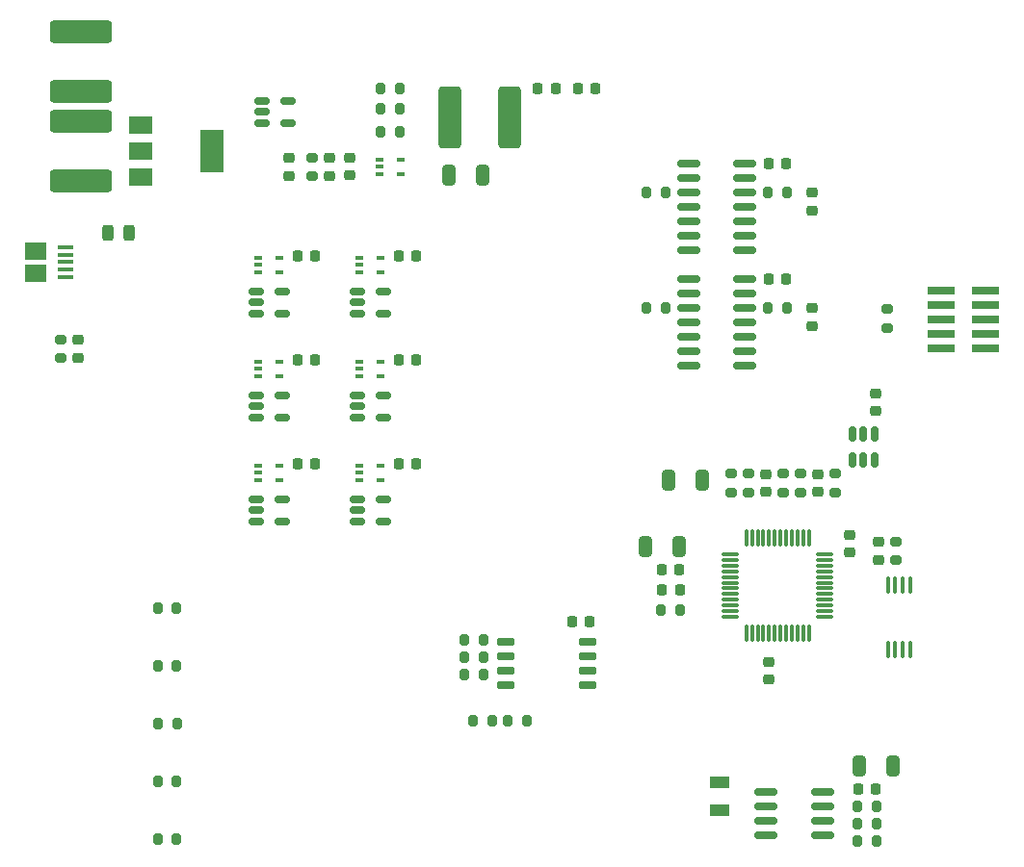
<source format=gtp>
%TF.GenerationSoftware,KiCad,Pcbnew,(6.0.4)*%
%TF.CreationDate,2022-07-08T23:35:13-04:00*%
%TF.ProjectId,Avionics_Board,4176696f-6e69-4637-935f-426f6172642e,rev?*%
%TF.SameCoordinates,Original*%
%TF.FileFunction,Paste,Top*%
%TF.FilePolarity,Positive*%
%FSLAX46Y46*%
G04 Gerber Fmt 4.6, Leading zero omitted, Abs format (unit mm)*
G04 Created by KiCad (PCBNEW (6.0.4)) date 2022-07-08 23:35:13*
%MOMM*%
%LPD*%
G01*
G04 APERTURE LIST*
G04 Aperture macros list*
%AMRoundRect*
0 Rectangle with rounded corners*
0 $1 Rounding radius*
0 $2 $3 $4 $5 $6 $7 $8 $9 X,Y pos of 4 corners*
0 Add a 4 corners polygon primitive as box body*
4,1,4,$2,$3,$4,$5,$6,$7,$8,$9,$2,$3,0*
0 Add four circle primitives for the rounded corners*
1,1,$1+$1,$2,$3*
1,1,$1+$1,$4,$5*
1,1,$1+$1,$6,$7*
1,1,$1+$1,$8,$9*
0 Add four rect primitives between the rounded corners*
20,1,$1+$1,$2,$3,$4,$5,0*
20,1,$1+$1,$4,$5,$6,$7,0*
20,1,$1+$1,$6,$7,$8,$9,0*
20,1,$1+$1,$8,$9,$2,$3,0*%
G04 Aperture macros list end*
%ADD10RoundRect,0.200000X0.200000X0.275000X-0.200000X0.275000X-0.200000X-0.275000X0.200000X-0.275000X0*%
%ADD11RoundRect,0.225000X-0.250000X0.225000X-0.250000X-0.225000X0.250000X-0.225000X0.250000X0.225000X0*%
%ADD12RoundRect,0.150000X-0.512500X-0.150000X0.512500X-0.150000X0.512500X0.150000X-0.512500X0.150000X0*%
%ADD13R,0.650000X0.400000*%
%ADD14R,1.800000X1.000000*%
%ADD15RoundRect,0.200000X0.275000X-0.200000X0.275000X0.200000X-0.275000X0.200000X-0.275000X-0.200000X0*%
%ADD16RoundRect,0.075000X-0.662500X-0.075000X0.662500X-0.075000X0.662500X0.075000X-0.662500X0.075000X0*%
%ADD17RoundRect,0.075000X-0.075000X-0.662500X0.075000X-0.662500X0.075000X0.662500X-0.075000X0.662500X0*%
%ADD18RoundRect,0.150000X-0.825000X-0.150000X0.825000X-0.150000X0.825000X0.150000X-0.825000X0.150000X0*%
%ADD19RoundRect,0.225000X0.250000X-0.225000X0.250000X0.225000X-0.250000X0.225000X-0.250000X-0.225000X0*%
%ADD20RoundRect,0.225000X0.225000X0.250000X-0.225000X0.250000X-0.225000X-0.250000X0.225000X-0.250000X0*%
%ADD21RoundRect,0.218750X0.218750X0.256250X-0.218750X0.256250X-0.218750X-0.256250X0.218750X-0.256250X0*%
%ADD22RoundRect,0.150000X-0.650000X-0.150000X0.650000X-0.150000X0.650000X0.150000X-0.650000X0.150000X0*%
%ADD23RoundRect,0.225000X-0.225000X-0.250000X0.225000X-0.250000X0.225000X0.250000X-0.225000X0.250000X0*%
%ADD24RoundRect,0.250000X0.325000X0.650000X-0.325000X0.650000X-0.325000X-0.650000X0.325000X-0.650000X0*%
%ADD25R,2.000000X1.500000*%
%ADD26R,2.000000X3.800000*%
%ADD27RoundRect,0.200000X-0.275000X0.200000X-0.275000X-0.200000X0.275000X-0.200000X0.275000X0.200000X0*%
%ADD28RoundRect,0.200000X-0.200000X-0.275000X0.200000X-0.275000X0.200000X0.275000X-0.200000X0.275000X0*%
%ADD29R,1.350000X0.400000*%
%ADD30R,1.900000X1.500000*%
%ADD31RoundRect,0.243750X-0.243750X-0.456250X0.243750X-0.456250X0.243750X0.456250X-0.243750X0.456250X0*%
%ADD32RoundRect,0.100000X0.100000X-0.637500X0.100000X0.637500X-0.100000X0.637500X-0.100000X-0.637500X0*%
%ADD33RoundRect,0.250000X-0.325000X-0.650000X0.325000X-0.650000X0.325000X0.650000X-0.325000X0.650000X0*%
%ADD34R,2.400000X0.740000*%
%ADD35RoundRect,0.249999X2.450001X-0.737501X2.450001X0.737501X-2.450001X0.737501X-2.450001X-0.737501X0*%
%ADD36RoundRect,0.150000X0.150000X-0.512500X0.150000X0.512500X-0.150000X0.512500X-0.150000X-0.512500X0*%
%ADD37RoundRect,0.218750X-0.218750X-0.256250X0.218750X-0.256250X0.218750X0.256250X-0.218750X0.256250X0*%
%ADD38RoundRect,0.249999X0.737501X2.450001X-0.737501X2.450001X-0.737501X-2.450001X0.737501X-2.450001X0*%
G04 APERTURE END LIST*
D10*
%TO.C,R14*%
X95821000Y-84460000D03*
X94171000Y-84460000D03*
%TD*%
D11*
%TO.C,C18*%
X128270000Y-131051000D03*
X128270000Y-132601000D03*
%TD*%
D12*
%TO.C,U24*%
X92080500Y-116784000D03*
X92080500Y-117734000D03*
X92080500Y-118684000D03*
X94355500Y-118684000D03*
X94355500Y-116784000D03*
%TD*%
D13*
%TO.C,U13*%
X83378000Y-113782000D03*
X83378000Y-114432000D03*
X83378000Y-115082000D03*
X85278000Y-115082000D03*
X85278000Y-113782000D03*
%TD*%
D10*
%TO.C,R7*%
X103187000Y-132212000D03*
X101537000Y-132212000D03*
%TD*%
%TO.C,R11*%
X137731000Y-145288000D03*
X136081000Y-145288000D03*
%TD*%
D14*
%TO.C,Y1*%
X123952000Y-141630000D03*
X123952000Y-144130000D03*
%TD*%
D15*
%TO.C,R23*%
X129540000Y-116141000D03*
X129540000Y-114491000D03*
%TD*%
D12*
%TO.C,U7*%
X83698500Y-81732000D03*
X83698500Y-82682000D03*
X83698500Y-83632000D03*
X85973500Y-83632000D03*
X85973500Y-81732000D03*
%TD*%
D13*
%TO.C,U21*%
X92268000Y-104638000D03*
X92268000Y-105288000D03*
X92268000Y-105938000D03*
X94168000Y-105938000D03*
X94168000Y-104638000D03*
%TD*%
D16*
%TO.C,U9*%
X124869500Y-121588000D03*
X124869500Y-122088000D03*
X124869500Y-122588000D03*
X124869500Y-123088000D03*
X124869500Y-123588000D03*
X124869500Y-124088000D03*
X124869500Y-124588000D03*
X124869500Y-125088000D03*
X124869500Y-125588000D03*
X124869500Y-126088000D03*
X124869500Y-126588000D03*
X124869500Y-127088000D03*
D17*
X126282000Y-128500500D03*
X126782000Y-128500500D03*
X127282000Y-128500500D03*
X127782000Y-128500500D03*
X128282000Y-128500500D03*
X128782000Y-128500500D03*
X129282000Y-128500500D03*
X129782000Y-128500500D03*
X130282000Y-128500500D03*
X130782000Y-128500500D03*
X131282000Y-128500500D03*
X131782000Y-128500500D03*
D16*
X133194500Y-127088000D03*
X133194500Y-126588000D03*
X133194500Y-126088000D03*
X133194500Y-125588000D03*
X133194500Y-125088000D03*
X133194500Y-124588000D03*
X133194500Y-124088000D03*
X133194500Y-123588000D03*
X133194500Y-123088000D03*
X133194500Y-122588000D03*
X133194500Y-122088000D03*
X133194500Y-121588000D03*
D17*
X131782000Y-120175500D03*
X131282000Y-120175500D03*
X130782000Y-120175500D03*
X130282000Y-120175500D03*
X129782000Y-120175500D03*
X129282000Y-120175500D03*
X128782000Y-120175500D03*
X128282000Y-120175500D03*
X127782000Y-120175500D03*
X127282000Y-120175500D03*
X126782000Y-120175500D03*
X126282000Y-120175500D03*
%TD*%
D10*
%TO.C,R18*%
X76200000Y-141610000D03*
X74550000Y-141610000D03*
%TD*%
D18*
%TO.C,U3*%
X128016000Y-142499000D03*
X128016000Y-143769000D03*
X128016000Y-145039000D03*
X128016000Y-146309000D03*
X132966000Y-146309000D03*
X132966000Y-145039000D03*
X132966000Y-143769000D03*
X132966000Y-142499000D03*
%TD*%
D13*
%TO.C,U19*%
X92268000Y-95494000D03*
X92268000Y-96144000D03*
X92268000Y-96794000D03*
X94168000Y-96794000D03*
X94168000Y-95494000D03*
%TD*%
D10*
%TO.C,R15*%
X95821000Y-80650000D03*
X94171000Y-80650000D03*
%TD*%
D19*
%TO.C,C21*%
X137922000Y-122065000D03*
X137922000Y-120515000D03*
%TD*%
D20*
%TO.C,C31*%
X97295000Y-113670000D03*
X95745000Y-113670000D03*
%TD*%
D10*
%TO.C,R4*%
X120459000Y-126492000D03*
X118809000Y-126492000D03*
%TD*%
D21*
%TO.C,L1*%
X109499500Y-80650000D03*
X107924500Y-80650000D03*
%TD*%
D10*
%TO.C,R5*%
X103187000Y-129164000D03*
X101537000Y-129164000D03*
%TD*%
D11*
%TO.C,C25*%
X132080000Y-99941000D03*
X132080000Y-101491000D03*
%TD*%
D10*
%TO.C,R27*%
X119189000Y-89794000D03*
X117539000Y-89794000D03*
%TD*%
D22*
%TO.C,U1*%
X105112000Y-129291000D03*
X105112000Y-130561000D03*
X105112000Y-131831000D03*
X105112000Y-133101000D03*
X112312000Y-133101000D03*
X112312000Y-131831000D03*
X112312000Y-130561000D03*
X112312000Y-129291000D03*
%TD*%
D15*
%TO.C,R2*%
X124968000Y-116141000D03*
X124968000Y-114491000D03*
%TD*%
D18*
%TO.C,U12*%
X121223000Y-97414000D03*
X121223000Y-98684000D03*
X121223000Y-99954000D03*
X121223000Y-101224000D03*
X121223000Y-102494000D03*
X121223000Y-103764000D03*
X121223000Y-105034000D03*
X126173000Y-105034000D03*
X126173000Y-103764000D03*
X126173000Y-102494000D03*
X126173000Y-101224000D03*
X126173000Y-99954000D03*
X126173000Y-98684000D03*
X126173000Y-97414000D03*
%TD*%
D11*
%TO.C,C7*%
X91440000Y-86720000D03*
X91440000Y-88270000D03*
%TD*%
D23*
%TO.C,C1*%
X110985000Y-127508000D03*
X112535000Y-127508000D03*
%TD*%
D24*
%TO.C,C14*%
X103075000Y-88270000D03*
X100125000Y-88270000D03*
%TD*%
D11*
%TO.C,C8*%
X89662000Y-86733000D03*
X89662000Y-88283000D03*
%TD*%
D25*
%TO.C,U8*%
X73050000Y-83806000D03*
D26*
X79350000Y-86106000D03*
D25*
X73050000Y-86106000D03*
X73050000Y-88406000D03*
%TD*%
D10*
%TO.C,R17*%
X76200000Y-146690000D03*
X74550000Y-146690000D03*
%TD*%
D27*
%TO.C,R19*%
X66040000Y-102685000D03*
X66040000Y-104335000D03*
%TD*%
D28*
%TO.C,R22*%
X74550000Y-126370000D03*
X76200000Y-126370000D03*
%TD*%
D10*
%TO.C,R13*%
X95821000Y-82428000D03*
X94171000Y-82428000D03*
%TD*%
D12*
%TO.C,U18*%
X83190500Y-107640000D03*
X83190500Y-108590000D03*
X83190500Y-109540000D03*
X85465500Y-109540000D03*
X85465500Y-107640000D03*
%TD*%
D18*
%TO.C,U11*%
X121223000Y-87254000D03*
X121223000Y-88524000D03*
X121223000Y-89794000D03*
X121223000Y-91064000D03*
X121223000Y-92334000D03*
X121223000Y-93604000D03*
X121223000Y-94874000D03*
X126173000Y-94874000D03*
X126173000Y-93604000D03*
X126173000Y-92334000D03*
X126173000Y-91064000D03*
X126173000Y-89794000D03*
X126173000Y-88524000D03*
X126173000Y-87254000D03*
%TD*%
D29*
%TO.C,J2*%
X66479400Y-94590000D03*
X66479400Y-95240000D03*
X66479400Y-95890000D03*
X66479400Y-96540000D03*
X66479400Y-97190000D03*
D30*
X63779400Y-96890000D03*
X63779400Y-94890000D03*
%TD*%
D11*
%TO.C,C10*%
X67564000Y-102730000D03*
X67564000Y-104280000D03*
%TD*%
%TO.C,C9*%
X86106000Y-86733000D03*
X86106000Y-88283000D03*
%TD*%
D23*
%TO.C,C23*%
X128257000Y-97414000D03*
X129807000Y-97414000D03*
%TD*%
D20*
%TO.C,C30*%
X97295000Y-104526000D03*
X95745000Y-104526000D03*
%TD*%
D31*
%TO.C,F1*%
X70182500Y-93350000D03*
X72057500Y-93350000D03*
%TD*%
D23*
%TO.C,C22*%
X128257000Y-87254000D03*
X129807000Y-87254000D03*
%TD*%
D10*
%TO.C,R9*%
X106997000Y-136276000D03*
X105347000Y-136276000D03*
%TD*%
D13*
%TO.C,U15*%
X83378000Y-95494000D03*
X83378000Y-96144000D03*
X83378000Y-96794000D03*
X85278000Y-96794000D03*
X85278000Y-95494000D03*
%TD*%
D19*
%TO.C,C19*%
X135382000Y-121425000D03*
X135382000Y-119875000D03*
%TD*%
D27*
%TO.C,R16*%
X88138000Y-86683000D03*
X88138000Y-88333000D03*
%TD*%
D32*
%TO.C,U10*%
X138725000Y-129994500D03*
X139375000Y-129994500D03*
X140025000Y-129994500D03*
X140675000Y-129994500D03*
X140675000Y-124269500D03*
X140025000Y-124269500D03*
X139375000Y-124269500D03*
X138725000Y-124269500D03*
%TD*%
D33*
%TO.C,C16*%
X117397000Y-120904000D03*
X120347000Y-120904000D03*
%TD*%
D15*
%TO.C,R1*%
X126492000Y-116141000D03*
X126492000Y-114491000D03*
%TD*%
D27*
%TO.C,R26*%
X139446000Y-120465000D03*
X139446000Y-122115000D03*
%TD*%
D20*
%TO.C,C26*%
X88405000Y-113670000D03*
X86855000Y-113670000D03*
%TD*%
D23*
%TO.C,C5*%
X111493000Y-80650000D03*
X113043000Y-80650000D03*
%TD*%
D20*
%TO.C,C15*%
X120409000Y-122936000D03*
X118859000Y-122936000D03*
%TD*%
D34*
%TO.C,J5*%
X143420000Y-98430000D03*
X147320000Y-98430000D03*
X143420000Y-99700000D03*
X147320000Y-99700000D03*
X143420000Y-100970000D03*
X147320000Y-100970000D03*
X143420000Y-102240000D03*
X147320000Y-102240000D03*
X143420000Y-103510000D03*
X147320000Y-103510000D03*
%TD*%
D12*
%TO.C,U20*%
X92080500Y-98496000D03*
X92080500Y-99446000D03*
X92080500Y-100396000D03*
X94355500Y-100396000D03*
X94355500Y-98496000D03*
%TD*%
D10*
%TO.C,R10*%
X137731000Y-146812000D03*
X136081000Y-146812000D03*
%TD*%
%TO.C,R6*%
X103187000Y-130688000D03*
X101537000Y-130688000D03*
%TD*%
D13*
%TO.C,U17*%
X83378000Y-104638000D03*
X83378000Y-105288000D03*
X83378000Y-105938000D03*
X85278000Y-105938000D03*
X85278000Y-104638000D03*
%TD*%
D33*
%TO.C,C20*%
X119429000Y-115062000D03*
X122379000Y-115062000D03*
%TD*%
D35*
%TO.C,C12*%
X67818000Y-80869500D03*
X67818000Y-75594500D03*
%TD*%
D11*
%TO.C,C4*%
X137668000Y-107429000D03*
X137668000Y-108979000D03*
%TD*%
D36*
%TO.C,U5*%
X135636000Y-113284000D03*
X136586000Y-113284000D03*
X137536000Y-113284000D03*
X137536000Y-111009000D03*
X136586000Y-111009000D03*
X135636000Y-111009000D03*
%TD*%
D10*
%TO.C,R21*%
X76200000Y-131450000D03*
X74550000Y-131450000D03*
%TD*%
D11*
%TO.C,C24*%
X132080000Y-89781000D03*
X132080000Y-91331000D03*
%TD*%
D20*
%TO.C,C28*%
X88405000Y-104526000D03*
X86855000Y-104526000D03*
%TD*%
D35*
%TO.C,C11*%
X67818000Y-88743500D03*
X67818000Y-83468500D03*
%TD*%
D10*
%TO.C,R8*%
X103949000Y-136276000D03*
X102299000Y-136276000D03*
%TD*%
D12*
%TO.C,U22*%
X92080500Y-107640000D03*
X92080500Y-108590000D03*
X92080500Y-109540000D03*
X94355500Y-109540000D03*
X94355500Y-107640000D03*
%TD*%
D20*
%TO.C,C2*%
X137681000Y-142240000D03*
X136131000Y-142240000D03*
%TD*%
D27*
%TO.C,R25*%
X138684000Y-100013000D03*
X138684000Y-101663000D03*
%TD*%
D12*
%TO.C,U14*%
X83190500Y-116784000D03*
X83190500Y-117734000D03*
X83190500Y-118684000D03*
X85465500Y-118684000D03*
X85465500Y-116784000D03*
%TD*%
%TO.C,U16*%
X83190500Y-98496000D03*
X83190500Y-99446000D03*
X83190500Y-100396000D03*
X85465500Y-100396000D03*
X85465500Y-98496000D03*
%TD*%
D27*
%TO.C,R24*%
X131064000Y-114491000D03*
X131064000Y-116141000D03*
%TD*%
D20*
%TO.C,C27*%
X88405000Y-95382000D03*
X86855000Y-95382000D03*
%TD*%
D10*
%TO.C,R29*%
X129857000Y-89794000D03*
X128207000Y-89794000D03*
%TD*%
D15*
%TO.C,R3*%
X134112000Y-116141000D03*
X134112000Y-114491000D03*
%TD*%
D10*
%TO.C,R20*%
X76263000Y-136530000D03*
X74613000Y-136530000D03*
%TD*%
D13*
%TO.C,U23*%
X92268000Y-113782000D03*
X92268000Y-114432000D03*
X92268000Y-115082000D03*
X94168000Y-115082000D03*
X94168000Y-113782000D03*
%TD*%
D10*
%TO.C,R28*%
X119189000Y-99954000D03*
X117539000Y-99954000D03*
%TD*%
D13*
%TO.C,U6*%
X94046000Y-86858000D03*
X94046000Y-87508000D03*
X94046000Y-88158000D03*
X95946000Y-88158000D03*
X95946000Y-86858000D03*
%TD*%
D20*
%TO.C,C29*%
X97295000Y-95382000D03*
X95745000Y-95382000D03*
%TD*%
D19*
%TO.C,C13*%
X132588000Y-116091000D03*
X132588000Y-114541000D03*
%TD*%
D10*
%TO.C,R30*%
X129857000Y-99954000D03*
X128207000Y-99954000D03*
%TD*%
D19*
%TO.C,C17*%
X128016000Y-116091000D03*
X128016000Y-114541000D03*
%TD*%
D37*
%TO.C,L2*%
X118846500Y-124714000D03*
X120421500Y-124714000D03*
%TD*%
D38*
%TO.C,C6*%
X105507500Y-83190000D03*
X100232500Y-83190000D03*
%TD*%
D24*
%TO.C,C3*%
X139143000Y-140208000D03*
X136193000Y-140208000D03*
%TD*%
D10*
%TO.C,R12*%
X137731000Y-143764000D03*
X136081000Y-143764000D03*
%TD*%
M02*

</source>
